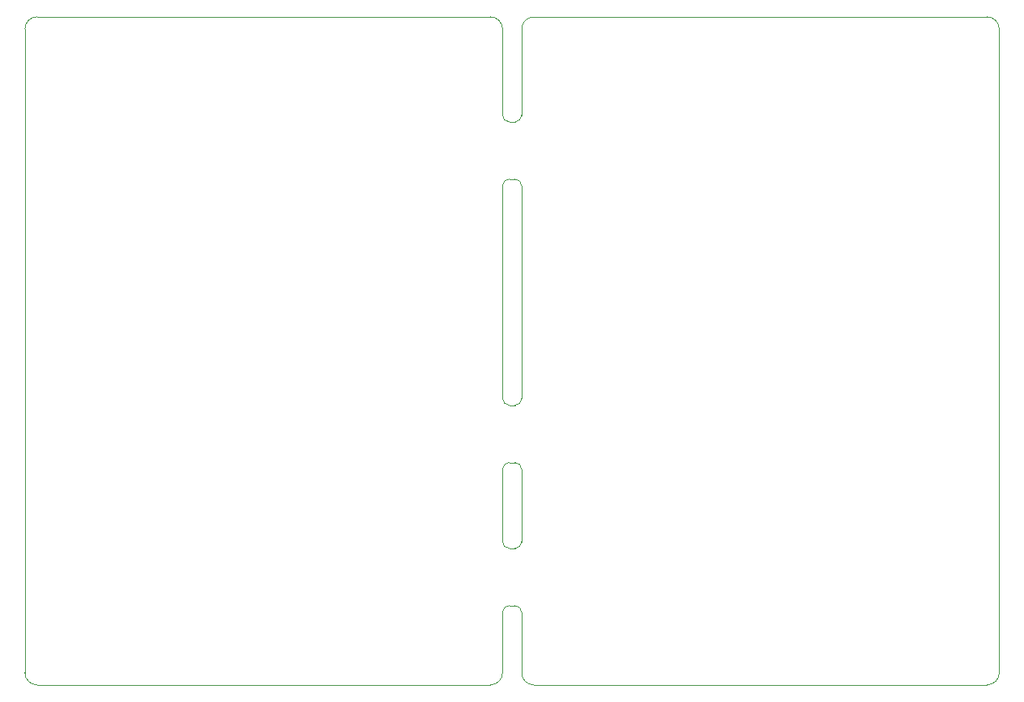
<source format=gm1>
%TF.GenerationSoftware,KiCad,Pcbnew,7.0.10*%
%TF.CreationDate,2024-05-16T19:43:26+02:00*%
%TF.ProjectId,SolarEnergyManager_v1.0,536f6c61-7245-46e6-9572-67794d616e61,rev?*%
%TF.SameCoordinates,Original*%
%TF.FileFunction,Profile,NP*%
%FSLAX46Y46*%
G04 Gerber Fmt 4.6, Leading zero omitted, Abs format (unit mm)*
G04 Created by KiCad (PCBNEW 7.0.10) date 2024-05-16 19:43:26*
%MOMM*%
%LPD*%
G01*
G04 APERTURE LIST*
%TA.AperFunction,Profile*%
%ADD10C,0.100000*%
%TD*%
G04 APERTURE END LIST*
D10*
X135729999Y-145999999D02*
G75*
G03*
X136999999Y-144729999I1J1269999D01*
G01*
X138300000Y-87000000D02*
G75*
G03*
X139000000Y-86300000I0J700000D01*
G01*
X138300000Y-131700000D02*
G75*
G03*
X139000000Y-131000000I0J700000D01*
G01*
X138299999Y-137700001D02*
X137700001Y-137700001D01*
X188999999Y-77270001D02*
X188999999Y-144729999D01*
X137000001Y-86299999D02*
G75*
G03*
X137700001Y-86999999I699999J-1D01*
G01*
X87000001Y-144729999D02*
G75*
G03*
X88270001Y-145999999I1269999J-1D01*
G01*
X137000001Y-130999999D02*
G75*
G03*
X137700001Y-131699999I699999J-1D01*
G01*
X138999999Y-93700001D02*
X139000000Y-116000000D01*
X138300000Y-116700000D02*
G75*
G03*
X139000000Y-116000000I0J700000D01*
G01*
X136999999Y-77270001D02*
G75*
G03*
X135729999Y-76000001I-1269999J1D01*
G01*
X187729999Y-145999999D02*
G75*
G03*
X188999999Y-144729999I1J1269999D01*
G01*
X138999999Y-93700001D02*
G75*
G03*
X138299999Y-93000001I-699999J1D01*
G01*
X138999999Y-138400001D02*
X139000001Y-144729999D01*
X137000001Y-115999999D02*
G75*
G03*
X137700001Y-116699999I699999J-1D01*
G01*
X140270001Y-76000001D02*
G75*
G03*
X139000001Y-77270001I-1J-1269999D01*
G01*
X138999999Y-123400001D02*
G75*
G03*
X138299999Y-122700001I-699999J1D01*
G01*
X139000001Y-144729999D02*
G75*
G03*
X140270001Y-145999999I1269999J-1D01*
G01*
X137700001Y-137700001D02*
G75*
G03*
X137000001Y-138400001I-1J-699999D01*
G01*
X135729999Y-145999999D02*
X88270001Y-145999999D01*
X137700001Y-116699999D02*
X138300000Y-116700000D01*
X139000001Y-77270001D02*
X139000000Y-86300000D01*
X137700001Y-86999999D02*
X138300000Y-87000000D01*
X137700001Y-122700001D02*
G75*
G03*
X137000001Y-123400001I-1J-699999D01*
G01*
X137000001Y-93700001D02*
X137000001Y-115999999D01*
X138299999Y-93000001D02*
X137700001Y-93000001D01*
X136999999Y-77270001D02*
X137000001Y-86299999D01*
X88270000Y-76000000D02*
G75*
G03*
X87000000Y-77270000I0J-1270000D01*
G01*
X188999999Y-77270001D02*
G75*
G03*
X187729999Y-76000001I-1269999J1D01*
G01*
X137700001Y-131699999D02*
X138300000Y-131700000D01*
X87000001Y-144729999D02*
X87000000Y-77270000D01*
X137000001Y-138400001D02*
X136999999Y-144729999D01*
X137000001Y-123400001D02*
X137000001Y-130999999D01*
X138999999Y-138400001D02*
G75*
G03*
X138299999Y-137700001I-699999J1D01*
G01*
X88270000Y-76000000D02*
X135729999Y-76000001D01*
X137700001Y-93000001D02*
G75*
G03*
X137000001Y-93700001I-1J-699999D01*
G01*
X138299999Y-122700001D02*
X137700001Y-122700001D01*
X187729999Y-145999999D02*
X140270001Y-145999999D01*
X138999999Y-123400001D02*
X139000000Y-131000000D01*
X140270001Y-76000001D02*
X187729999Y-76000001D01*
M02*

</source>
